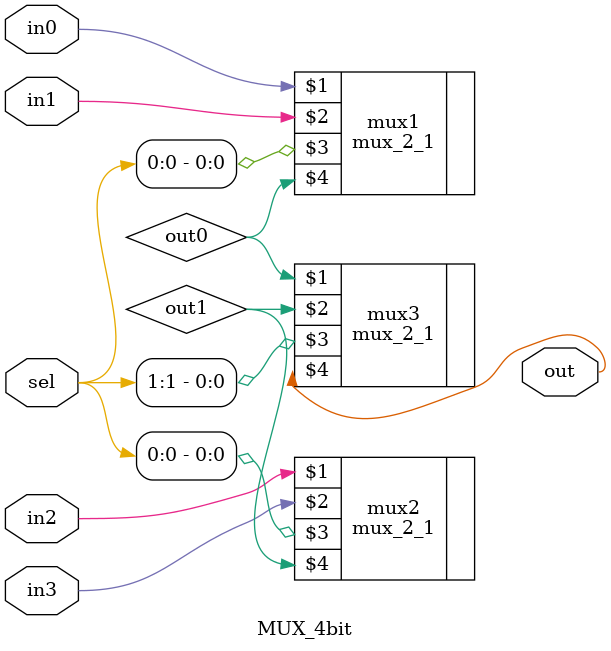
<source format=v>
module MUX_8bit(in0,in1,in2,in3,in4,in5,in6,in7, sel, out);
	input in0,in1,in2,in3,in4,in5,in6,in7;
	input [2:0]sel;
	output out;
	wire out0,out1,out2, out3;
	MUX_4bit mux_4bit1(in0,in1,in2,in3, sel[1:0], out2);
	MUX_4bit mux_4bit2(in4,in5,in6,in7, sel[1:0], out3);
	mux_2_1 mux_2bit(out2, out3, sel[2], out);
	
endmodule

module MUX_4bit(in0,in1,in2,in3, sel, out);
	input in0,in1,in2,in3;
	input [1:0] sel;
	output out;
	wire out0,out1;
	mux_2_1 mux1(in0, in1, sel[0], out0);
	mux_2_1 mux2(in2, in3, sel[0], out1);
	mux_2_1 mux3(out0, out1, sel[1], out);
endmodule
</source>
